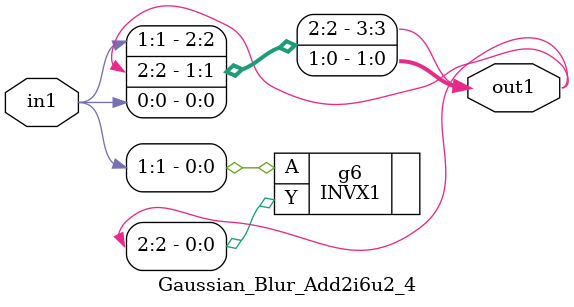
<source format=v>
`timescale 1ps / 1ps


module Gaussian_Blur_Add2i6u2_4(in1, out1);
  input [1:0] in1;
  output [3:0] out1;
  wire [1:0] in1;
  wire [3:0] out1;
  assign out1[0] = in1[0];
  assign out1[1] = out1[2];
  assign out1[3] = in1[1];
  INVX1 g6(.A (in1[1]), .Y (out1[2]));
endmodule


</source>
